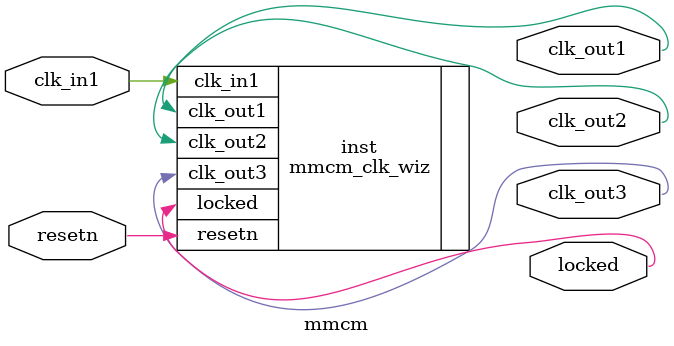
<source format=v>


`timescale 1ps/1ps

(* CORE_GENERATION_INFO = "mmcm,clk_wiz_v6_0_12_0_0,{component_name=mmcm,use_phase_alignment=true,use_min_o_jitter=false,use_max_i_jitter=false,use_dyn_phase_shift=false,use_inclk_switchover=false,use_dyn_reconfig=false,enable_axi=0,feedback_source=FDBK_AUTO,PRIMITIVE=MMCM,num_out_clk=3,clkin1_period=10.000,clkin2_period=10.000,use_power_down=false,use_reset=true,use_locked=true,use_inclk_stopped=false,feedback_type=SINGLE,CLOCK_MGR_TYPE=NA,manual_override=false}" *)

module mmcm 
 (
  // Clock out ports
  output        clk_out1,
  output        clk_out2,
  output        clk_out3,
  // Status and control signals
  input         resetn,
  output        locked,
 // Clock in ports
  input         clk_in1
 );

  mmcm_clk_wiz inst
  (
  // Clock out ports  
  .clk_out1(clk_out1),
  .clk_out2(clk_out2),
  .clk_out3(clk_out3),
  // Status and control signals               
  .resetn(resetn), 
  .locked(locked),
 // Clock in ports
  .clk_in1(clk_in1)
  );

endmodule

</source>
